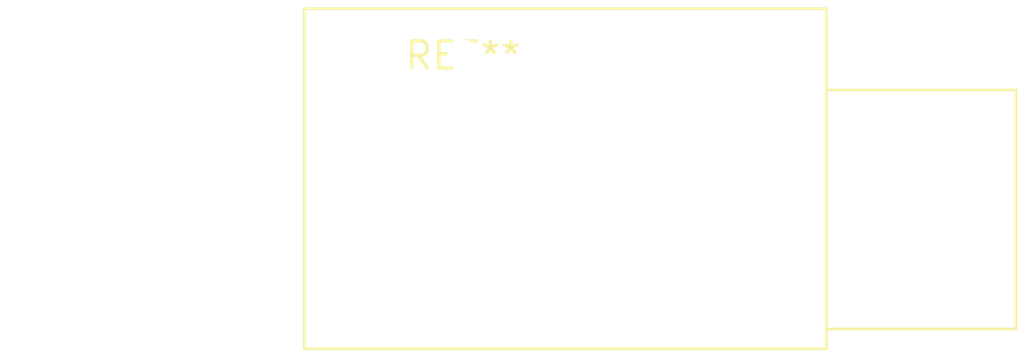
<source format=kicad_pcb>
(kicad_pcb (version 20240108) (generator pcbnew)
  (layers (0 "F.Cu" signal) (31 "B.Cu" signal) (34 "B.Paste" user) (35 "F.Paste" user) (36 "B.SilkS" user "B.Silkscreen") (37 "F.SilkS" user "F.Silkscreen") (38 "B.Mask" user) (39 "F.Mask" user) (44 "Edge.Cuts" user))
  (net 0 "")
  (footprint "Jack_6.35mm_Neutrik_NRJ6HF-AU_Horizontal" (layer "F.Cu") (at 0 0)
    (property "Reference" "REF**")
    (property "Value" "Jack_6.35mm_Neutrik_NRJ6HF-AU_Horizontal")
    (fp_line (start -7.47 -2.21) (end 17.07 -2.21) (layer "F.SilkS") (stroke (width 0.12)))
    (fp_line (start -7.47 13.78) (end -7.47 -2.21) (layer "F.SilkS") (stroke (width 0.12)))
    (fp_line (start -7.47 13.78) (end 17.07 13.78) (layer "F.SilkS") (stroke (width 0.12)))
    (fp_line (start 17.07 -2.21) (end 17.07 13.78) (layer "F.SilkS") (stroke (width 0.12)))
    (fp_line (start 25.97 1.61) (end 17.07 1.61) (layer "F.SilkS") (stroke (width 0.12)))
    (fp_line (start 25.97 12.85) (end 17.07 12.85) (layer "F.SilkS") (stroke (width 0.12)))
    (fp_line (start 25.97 12.85) (end 25.97 1.61) (layer "F.SilkS") (stroke (width 0.12)))
    (pad "" np_thru_hole circle (at 3.15 2.13) (size 3 3) (drill 3) (layers *.Cu *.Mask))
    (pad "" np_thru_hole circle (at 9.5 0) (size 2 2) (drill 2) (layers *.Cu *.Mask))
    (pad "" np_thru_hole circle (at 9.5 11.43) (size 2 2) (drill 2) (layers *.Cu *.Mask))
    (pad "R" thru_hole circle (at 6.35 0) (size 3 3) (drill 1.5) (layers *.Cu *.Mask) (remove_unused_layers))
    (pad "RN" thru_hole circle (at 6.35 11.43) (size 3 3) (drill 1.5) (layers *.Cu *.Mask) (remove_unused_layers))
    (pad "S" thru_hole circle (at 12.7 0) (size 3 3) (drill 1.5) (layers *.Cu *.Mask) (remove_unused_layers))
    (pad "SN" thru_hole circle (at 12.7 11.43) (size 3 3) (drill 1.5) (layers *.Cu *.Mask) (remove_unused_layers))
    (pad "T" thru_hole circle (at 0 0) (size 3 3) (drill 1.5) (layers *.Cu *.Mask) (remove_unused_layers))
    (pad "TN" thru_hole circle (at 0 11.43) (size 3 3) (drill 1.5) (layers *.Cu *.Mask) (remove_unused_layers))
  )
)
</source>
